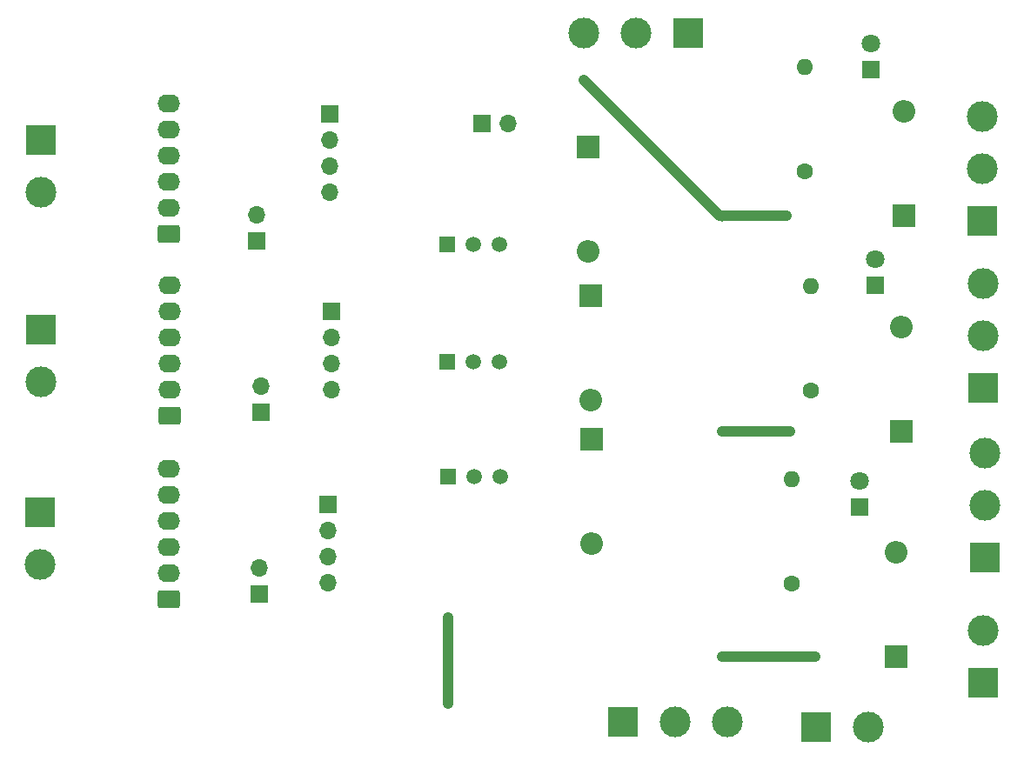
<source format=gbr>
%TF.GenerationSoftware,KiCad,Pcbnew,7.0.9-7.0.9~ubuntu20.04.1*%
%TF.CreationDate,2025-02-15T01:00:42+01:00*%
%TF.ProjectId,main_board_proto,6d61696e-5f62-46f6-9172-645f70726f74,rev?*%
%TF.SameCoordinates,Original*%
%TF.FileFunction,Copper,L1,Top*%
%TF.FilePolarity,Positive*%
%FSLAX46Y46*%
G04 Gerber Fmt 4.6, Leading zero omitted, Abs format (unit mm)*
G04 Created by KiCad (PCBNEW 7.0.9-7.0.9~ubuntu20.04.1) date 2025-02-15 01:00:42*
%MOMM*%
%LPD*%
G01*
G04 APERTURE LIST*
G04 Aperture macros list*
%AMRoundRect*
0 Rectangle with rounded corners*
0 $1 Rounding radius*
0 $2 $3 $4 $5 $6 $7 $8 $9 X,Y pos of 4 corners*
0 Add a 4 corners polygon primitive as box body*
4,1,4,$2,$3,$4,$5,$6,$7,$8,$9,$2,$3,0*
0 Add four circle primitives for the rounded corners*
1,1,$1+$1,$2,$3*
1,1,$1+$1,$4,$5*
1,1,$1+$1,$6,$7*
1,1,$1+$1,$8,$9*
0 Add four rect primitives between the rounded corners*
20,1,$1+$1,$2,$3,$4,$5,0*
20,1,$1+$1,$4,$5,$6,$7,0*
20,1,$1+$1,$6,$7,$8,$9,0*
20,1,$1+$1,$8,$9,$2,$3,0*%
G04 Aperture macros list end*
%TA.AperFunction,ComponentPad*%
%ADD10R,1.700000X1.700000*%
%TD*%
%TA.AperFunction,ComponentPad*%
%ADD11O,1.700000X1.700000*%
%TD*%
%TA.AperFunction,ComponentPad*%
%ADD12R,3.000000X3.000000*%
%TD*%
%TA.AperFunction,ComponentPad*%
%ADD13C,3.000000*%
%TD*%
%TA.AperFunction,ComponentPad*%
%ADD14R,2.200000X2.200000*%
%TD*%
%TA.AperFunction,ComponentPad*%
%ADD15O,2.200000X2.200000*%
%TD*%
%TA.AperFunction,ComponentPad*%
%ADD16C,1.600000*%
%TD*%
%TA.AperFunction,ComponentPad*%
%ADD17O,1.600000X1.600000*%
%TD*%
%TA.AperFunction,ComponentPad*%
%ADD18R,1.800000X1.800000*%
%TD*%
%TA.AperFunction,ComponentPad*%
%ADD19C,1.800000*%
%TD*%
%TA.AperFunction,ComponentPad*%
%ADD20RoundRect,0.250000X0.845000X-0.620000X0.845000X0.620000X-0.845000X0.620000X-0.845000X-0.620000X0*%
%TD*%
%TA.AperFunction,ComponentPad*%
%ADD21O,2.190000X1.740000*%
%TD*%
%TA.AperFunction,ComponentPad*%
%ADD22R,1.500000X1.500000*%
%TD*%
%TA.AperFunction,ComponentPad*%
%ADD23C,1.500000*%
%TD*%
%TA.AperFunction,ViaPad*%
%ADD24C,0.800000*%
%TD*%
%TA.AperFunction,Conductor*%
%ADD25C,1.000000*%
%TD*%
G04 APERTURE END LIST*
D10*
%TO.P,J12,1,Pin_1*%
%TO.N,Net-(J12-Pin_1)*%
X77241000Y-87894000D03*
D11*
%TO.P,J12,2,Pin_2*%
%TO.N,Net-(J12-Pin_2)*%
X77241000Y-85354000D03*
%TD*%
D12*
%TO.P,J10,1,Pin_1*%
%TO.N,+12V*%
X147574000Y-85598000D03*
D13*
%TO.P,J10,2,Pin_2*%
%TO.N,GND*%
X147574000Y-80518000D03*
%TO.P,J10,3,Pin_3*%
%TO.N,Net-(D2-A)*%
X147574000Y-75438000D03*
%TD*%
D12*
%TO.P,J8,1,Pin_1*%
%TO.N,Net-(J14-Pin_6)*%
X55880000Y-79883000D03*
D13*
%TO.P,J8,2,Pin_2*%
%TO.N,Net-(J14-Pin_1)*%
X55880000Y-84963000D03*
%TD*%
D14*
%TO.P,D1,1,K*%
%TO.N,+5V*%
X139065000Y-111760000D03*
D15*
%TO.P,D1,2,A*%
%TO.N,Net-(D1-A)*%
X139065000Y-101600000D03*
%TD*%
D12*
%TO.P,J19,1,Pin_1*%
%TO.N,+12V*%
X118872000Y-51054000D03*
D13*
%TO.P,J19,2,Pin_2*%
%TO.N,GND*%
X113792000Y-51054000D03*
%TO.P,J19,3,Pin_3*%
%TO.N,+5V*%
X108712000Y-51054000D03*
%TD*%
D16*
%TO.P,R1,1*%
%TO.N,GND*%
X128905000Y-104648000D03*
D17*
%TO.P,R1,2*%
%TO.N,Net-(D4-K)*%
X128905000Y-94488000D03*
%TD*%
D10*
%TO.P,J6,1,Pin_1*%
%TO.N,Net-(J3-Pin_4)*%
X83947000Y-58928000D03*
D11*
%TO.P,J6,2,Pin_2*%
%TO.N,Net-(J3-Pin_3)*%
X83947000Y-61468000D03*
%TO.P,J6,3,Pin_3*%
%TO.N,Net-(J6-Pin_3)*%
X83947000Y-64008000D03*
%TO.P,J6,4,Pin_4*%
%TO.N,Net-(J6-Pin_4)*%
X83947000Y-66548000D03*
%TD*%
D18*
%TO.P,D6,1,K*%
%TO.N,Net-(D6-K)*%
X136652000Y-54610000D03*
D19*
%TO.P,D6,2,A*%
%TO.N,Net-(D3-A)*%
X136652000Y-52070000D03*
%TD*%
D12*
%TO.P,J5,1,Pin_1*%
%TO.N,+12V*%
X112522000Y-118110000D03*
D13*
%TO.P,J5,2,Pin_2*%
%TO.N,GND*%
X117602000Y-118110000D03*
%TO.P,J5,3,Pin_3*%
%TO.N,+5V*%
X122682000Y-118110000D03*
%TD*%
D12*
%TO.P,J11,1,Pin_1*%
%TO.N,+12V*%
X147447000Y-69342000D03*
D13*
%TO.P,J11,2,Pin_2*%
%TO.N,GND*%
X147447000Y-64262000D03*
%TO.P,J11,3,Pin_3*%
%TO.N,Net-(D3-A)*%
X147447000Y-59182000D03*
%TD*%
D20*
%TO.P,J15,1,Pin_1*%
%TO.N,Net-(J15-Pin_1)*%
X68326000Y-106172000D03*
D21*
%TO.P,J15,2,Pin_2*%
%TO.N,+5VA*%
X68326000Y-103632000D03*
%TO.P,J15,3,Pin_3*%
%TO.N,Net-(J15-Pin_3)*%
X68326000Y-101092000D03*
%TO.P,J15,4,Pin_4*%
%TO.N,Net-(J15-Pin_4)*%
X68326000Y-98552000D03*
%TO.P,J15,5,Pin_5*%
%TO.N,GND*%
X68326000Y-96012000D03*
%TO.P,J15,6,Pin_6*%
%TO.N,Net-(J15-Pin_6)*%
X68326000Y-93472000D03*
%TD*%
D14*
%TO.P,D3,1,K*%
%TO.N,+5V*%
X139827000Y-68834000D03*
D15*
%TO.P,D3,2,A*%
%TO.N,Net-(D3-A)*%
X139827000Y-58674000D03*
%TD*%
D20*
%TO.P,J3,1,Pin_1*%
%TO.N,Net-(J1-Pin_2)*%
X68326000Y-70612000D03*
D21*
%TO.P,J3,2,Pin_2*%
%TO.N,+5VA*%
X68326000Y-68072000D03*
%TO.P,J3,3,Pin_3*%
%TO.N,Net-(J3-Pin_3)*%
X68326000Y-65532000D03*
%TO.P,J3,4,Pin_4*%
%TO.N,Net-(J3-Pin_4)*%
X68326000Y-62992000D03*
%TO.P,J3,5,Pin_5*%
%TO.N,GND*%
X68326000Y-60452000D03*
%TO.P,J3,6,Pin_6*%
%TO.N,Net-(J1-Pin_1)*%
X68326000Y-57912000D03*
%TD*%
D18*
%TO.P,D5,1,K*%
%TO.N,Net-(D5-K)*%
X137033000Y-75565000D03*
D19*
%TO.P,D5,2,A*%
%TO.N,Net-(D2-A)*%
X137033000Y-73025000D03*
%TD*%
D22*
%TO.P,U3,1,Vin*%
%TO.N,+12V*%
X95504000Y-94234000D03*
D23*
%TO.P,U3,2,GND*%
%TO.N,GND*%
X98044000Y-94234000D03*
%TO.P,U3,3,Vout*%
%TO.N,Net-(D9-A)*%
X100584000Y-94234000D03*
%TD*%
D12*
%TO.P,J9,1,Pin_1*%
%TO.N,Net-(J15-Pin_6)*%
X55753000Y-97663000D03*
D13*
%TO.P,J9,2,Pin_2*%
%TO.N,Net-(J15-Pin_1)*%
X55753000Y-102743000D03*
%TD*%
D10*
%TO.P,J16,1,Pin_1*%
%TO.N,Net-(J14-Pin_4)*%
X84099000Y-78115000D03*
D11*
%TO.P,J16,2,Pin_2*%
%TO.N,Net-(J14-Pin_3)*%
X84099000Y-80655000D03*
%TO.P,J16,3,Pin_3*%
%TO.N,Net-(J12-Pin_2)*%
X84099000Y-83195000D03*
%TO.P,J16,4,Pin_4*%
%TO.N,Net-(J12-Pin_1)*%
X84099000Y-85735000D03*
%TD*%
D20*
%TO.P,J14,1,Pin_1*%
%TO.N,Net-(J14-Pin_1)*%
X68351000Y-88275000D03*
D21*
%TO.P,J14,2,Pin_2*%
%TO.N,+5VA*%
X68351000Y-85735000D03*
%TO.P,J14,3,Pin_3*%
%TO.N,Net-(J14-Pin_3)*%
X68351000Y-83195000D03*
%TO.P,J14,4,Pin_4*%
%TO.N,Net-(J14-Pin_4)*%
X68351000Y-80655000D03*
%TO.P,J14,5,Pin_5*%
%TO.N,GND*%
X68351000Y-78115000D03*
%TO.P,J14,6,Pin_6*%
%TO.N,Net-(J14-Pin_6)*%
X68351000Y-75575000D03*
%TD*%
D14*
%TO.P,D8,1,K*%
%TO.N,+5VA*%
X109347000Y-76581000D03*
D15*
%TO.P,D8,2,A*%
%TO.N,Net-(D8-A)*%
X109347000Y-86741000D03*
%TD*%
D14*
%TO.P,D9,1,K*%
%TO.N,+5VA*%
X109474000Y-90551000D03*
D15*
%TO.P,D9,2,A*%
%TO.N,Net-(D9-A)*%
X109474000Y-100711000D03*
%TD*%
D12*
%TO.P,J18,1,Pin_1*%
%TO.N,Net-(J18-Pin_1)*%
X147574000Y-114300000D03*
D13*
%TO.P,J18,2,Pin_2*%
%TO.N,+12V*%
X147574000Y-109220000D03*
%TD*%
D12*
%TO.P,J2,1,Pin_1*%
%TO.N,+12V*%
X147701000Y-102108000D03*
D13*
%TO.P,J2,2,Pin_2*%
%TO.N,GND*%
X147701000Y-97028000D03*
%TO.P,J2,3,Pin_3*%
%TO.N,Net-(D1-A)*%
X147701000Y-91948000D03*
%TD*%
D16*
%TO.P,R2,1*%
%TO.N,GND*%
X130810000Y-85852000D03*
D17*
%TO.P,R2,2*%
%TO.N,Net-(D5-K)*%
X130810000Y-75692000D03*
%TD*%
D12*
%TO.P,J1,1,Pin_1*%
%TO.N,Net-(J1-Pin_1)*%
X55880000Y-61468000D03*
D13*
%TO.P,J1,2,Pin_2*%
%TO.N,Net-(J1-Pin_2)*%
X55880000Y-66548000D03*
%TD*%
D10*
%TO.P,J13,1,Pin_1*%
%TO.N,Net-(J13-Pin_1)*%
X77089000Y-105664000D03*
D11*
%TO.P,J13,2,Pin_2*%
%TO.N,Net-(J13-Pin_2)*%
X77089000Y-103124000D03*
%TD*%
D16*
%TO.P,R3,1*%
%TO.N,GND*%
X130175000Y-64516000D03*
D17*
%TO.P,R3,2*%
%TO.N,Net-(D6-K)*%
X130175000Y-54356000D03*
%TD*%
D22*
%TO.P,U2,1,Vin*%
%TO.N,+12V*%
X95377000Y-83058000D03*
D23*
%TO.P,U2,2,GND*%
%TO.N,GND*%
X97917000Y-83058000D03*
%TO.P,U2,3,Vout*%
%TO.N,Net-(D8-A)*%
X100457000Y-83058000D03*
%TD*%
D12*
%TO.P,J20,1,Pin_1*%
%TO.N,GND*%
X131318000Y-118618000D03*
D13*
%TO.P,J20,2,Pin_2*%
%TO.N,Net-(J18-Pin_1)*%
X136398000Y-118618000D03*
%TD*%
D10*
%TO.P,J4,1,Pin_1*%
%TO.N,GND*%
X98806000Y-59817000D03*
D11*
%TO.P,J4,2,Pin_2*%
%TO.N,+5VA*%
X101346000Y-59817000D03*
%TD*%
D14*
%TO.P,D2,1,K*%
%TO.N,+5V*%
X139573000Y-89789000D03*
D15*
%TO.P,D2,2,A*%
%TO.N,Net-(D2-A)*%
X139573000Y-79629000D03*
%TD*%
D22*
%TO.P,U1,1,Vin*%
%TO.N,+12V*%
X95377000Y-71628000D03*
D23*
%TO.P,U1,2,GND*%
%TO.N,GND*%
X97917000Y-71628000D03*
%TO.P,U1,3,Vout*%
%TO.N,Net-(D7-A)*%
X100457000Y-71628000D03*
%TD*%
D10*
%TO.P,J7,1,Pin_1*%
%TO.N,Net-(J6-Pin_4)*%
X76835000Y-71247000D03*
D11*
%TO.P,J7,2,Pin_2*%
%TO.N,Net-(J6-Pin_3)*%
X76835000Y-68707000D03*
%TD*%
D18*
%TO.P,D4,1,K*%
%TO.N,Net-(D4-K)*%
X135509000Y-97155000D03*
D19*
%TO.P,D4,2,A*%
%TO.N,Net-(D1-A)*%
X135509000Y-94615000D03*
%TD*%
D10*
%TO.P,J17,1,Pin_1*%
%TO.N,Net-(J15-Pin_4)*%
X83820000Y-96901000D03*
D11*
%TO.P,J17,2,Pin_2*%
%TO.N,Net-(J15-Pin_3)*%
X83820000Y-99441000D03*
%TO.P,J17,3,Pin_3*%
%TO.N,Net-(J13-Pin_2)*%
X83820000Y-101981000D03*
%TO.P,J17,4,Pin_4*%
%TO.N,Net-(J13-Pin_1)*%
X83820000Y-104521000D03*
%TD*%
D14*
%TO.P,D7,1,K*%
%TO.N,+5VA*%
X109093000Y-62103000D03*
D15*
%TO.P,D7,2,A*%
%TO.N,Net-(D7-A)*%
X109093000Y-72263000D03*
%TD*%
D24*
%TO.N,+5V*%
X122174000Y-89789000D03*
X122174000Y-68961000D03*
X108712000Y-55626000D03*
X122174000Y-111760000D03*
X128778000Y-89789000D03*
X128397000Y-68834000D03*
X131191000Y-111760000D03*
%TO.N,+12V*%
X95504000Y-107950000D03*
X95504000Y-116332000D03*
%TD*%
D25*
%TO.N,+5V*%
X108712000Y-55626000D02*
X121920000Y-68834000D01*
X131191000Y-111760000D02*
X122174000Y-111760000D01*
X121920000Y-68834000D02*
X128397000Y-68834000D01*
X128778000Y-89789000D02*
X122174000Y-89789000D01*
%TO.N,+12V*%
X95504000Y-116332000D02*
X95504000Y-107950000D01*
%TD*%
M02*

</source>
